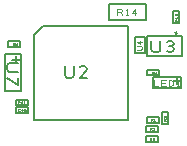
<source format=gbr>
%FSLAX35Y35*%
%MOIN*%
G04 EasyPC Gerber Version 18.0.9 Build 3640 *
%ADD17C,0.00100*%
%ADD123C,0.00236*%
%ADD96C,0.00300*%
%ADD10C,0.00500*%
X0Y0D02*
D02*
D10*
X6111Y30996D02*
X3298D01*
X2673Y30683*
X2361Y30059*
Y28809*
X2673Y28183*
X3298Y27871*
X6111*
X2361Y25996D02*
X6111Y23496D01*
Y25996*
X2907Y36205D02*
Y38105D01*
X6907*
Y36205*
X2907*
X5423Y30746D02*
Y33246D01*
X6673Y31996D02*
X4173D01*
X7173Y21496D02*
X1873D01*
Y33796*
X7173*
Y21496*
X9437Y18650D02*
Y16750D01*
X5437*
Y18650*
X9437*
X9537Y16150D02*
Y14250D01*
X5537*
Y16150*
X9537*
X11313Y39931D02*
Y40226D01*
X14364Y43278*
Y43376*
X42809*
Y11880*
X11313*
Y39734*
X21667Y29756D02*
Y26944D01*
X21980Y26319*
X22605Y26006*
X23855*
X24480Y26319*
X24793Y26944*
Y29756*
X29167Y26006D02*
X26667D01*
X28855Y28194*
X29167Y28819*
X28855Y29444*
X28230Y29756*
X27293*
X26667Y29444*
X48518Y34331D02*
Y39449D01*
X44974*
Y34331*
X48518*
X48664Y50526D02*
Y45226D01*
X36364*
Y50526*
X48664*
X49079Y39961D02*
X60772D01*
Y33346*
X49079*
Y39961*
X49266Y26750D02*
Y28650D01*
X53266*
Y26750*
X49266*
X52886Y6550D02*
Y4650D01*
X48886*
Y6550*
X52886*
X52937Y9850D02*
Y7950D01*
X48937*
Y9850*
X52937*
X53267Y12950D02*
Y11050D01*
X49267*
Y12950*
X53267*
X54137Y14550D02*
X56037D01*
Y10550*
X54137*
Y14550*
X50496Y38309D02*
Y35497D01*
X50809Y34872*
X51433Y34559*
X52683*
X53309Y34872*
X53621Y35497*
Y38309*
X55809Y34872D02*
X56433Y34559D01*
X57059*
X57683Y34872*
X57996Y35497*
X57683Y36122*
X57059Y36435*
X56433*
X57059D02*
X57683Y36747D01*
X57996Y37372*
X57683Y37997*
X57059Y38309*
X56433*
X55809Y37997*
X57902Y48209D02*
X59802D01*
Y44209*
X57902*
Y48209*
X58409Y41102D02*
G75*
G03X59039Y40630I315J-236D01*
G01*
G75*
G03X58409Y41102I-315J236*
G01*
X59110Y26285D02*
Y23785D01*
X60360Y25035D02*
X57860D01*
X60610Y26285D02*
Y22485D01*
X51010*
Y26285*
X60610*
D02*
D17*
X5807Y37517D02*
Y36767D01*
X5370*
X5245Y36830*
X5182Y36955*
X5245Y37080*
X5370Y37142*
X5807*
X5370D02*
X5182Y37517D01*
X4620Y37142D02*
X4495D01*
X4370Y37080*
X4307Y36955*
X4370Y36830*
X4495Y36767*
X4620*
X4745Y36830*
X4807Y36955*
X4745Y37080*
X4620Y37142*
X4745Y37205*
X4807Y37330*
X4745Y37455*
X4620Y37517*
X4495*
X4370Y37455*
X4307Y37330*
X4370Y37205*
X4495Y37142*
X6662Y17463D02*
X6599Y17400D01*
X6474Y17337*
X6287*
X6162Y17400*
X6099Y17463*
X6037Y17587*
Y17837*
X6099Y17963*
X6162Y18025*
X6287Y18087*
X6474*
X6599Y18025*
X6662Y17963*
X7349Y17337D02*
Y18087D01*
X7037Y17587*
X7537*
X8162Y17337D02*
X8412D01*
X8287D02*
Y18087D01*
X8162Y17963*
X6762Y14963D02*
X6699Y14900D01*
X6574Y14837*
X6387*
X6262Y14900*
X6199Y14963*
X6137Y15087*
Y15337*
X6199Y15463*
X6262Y15525*
X6387Y15587*
X6574*
X6699Y15525*
X6762Y15463*
X7449Y14837D02*
Y15587D01*
X7137Y15087*
X7637*
X8199Y14900D02*
X8324Y14837D01*
X8449*
X8574Y14900*
X8637Y15025*
Y15400*
X8574Y15525*
X8449Y15587*
X8324*
X8199Y15525*
X8137Y15400*
Y15025*
X8199Y14900*
X8574Y15525*
X49986Y5237D02*
Y5987D01*
X50424*
X50549Y5925*
X50611Y5800*
X50549Y5675*
X50424Y5613*
X49986*
X50424D02*
X50611Y5237D01*
X50986Y5300D02*
X51111Y5237D01*
X51299*
X51424Y5300*
X51486Y5425*
Y5487*
X51424Y5613*
X51299Y5675*
X50986*
Y5987*
X51486*
X50037Y8537D02*
Y9287D01*
X50474*
X50599Y9225*
X50662Y9100*
X50599Y8975*
X50474Y8913*
X50037*
X50474D02*
X50662Y8537D01*
X51537D02*
X51037D01*
X51474Y8975*
X51537Y9100*
X51474Y9225*
X51349Y9287*
X51162*
X51037Y9225*
X52166Y28063D02*
Y27313D01*
X51728*
X51603Y27375*
X51541Y27500*
X51603Y27625*
X51728Y27687*
X52166*
X51728D02*
X51541Y28063D01*
X51166Y27875D02*
X51103Y27750D01*
X50978Y27687*
X50853*
X50728Y27750*
X50666Y27875*
X50728Y28000*
X50853Y28063*
X50978*
X51103Y28000*
X51166Y27875*
Y27687*
X51103Y27500*
X50978Y27375*
X50853Y27313*
X50367Y11637D02*
Y12387D01*
X50804*
X50929Y12325*
X50992Y12200*
X50929Y12075*
X50804Y12013*
X50367*
X50804D02*
X50992Y11637D01*
X51492D02*
X51742D01*
X51617D02*
Y12387D01*
X51492Y12263*
X55449Y11650D02*
X54699D01*
Y12087*
X54761Y12213*
X54887Y12275*
X55011Y12213*
X55074Y12087*
Y11650*
Y12087D02*
X55449Y12275D01*
X55387Y12713D02*
X55449Y12837D01*
Y12963*
X55387Y13087*
X55261Y13150*
X55137Y13087*
X55074Y12963*
Y12837*
Y12963D02*
X55011Y13087D01*
X54887Y13150*
X54761Y13087*
X54699Y12963*
Y12837*
X54761Y12713*
X59214Y44809D02*
X58464D01*
Y45246*
X58526Y45371*
X58652Y45434*
X58776Y45371*
X58839Y45246*
Y44809*
Y45246D02*
X59214Y45434D01*
Y45934D02*
Y46184D01*
Y46059D02*
X58464D01*
X58589Y45934*
X59152Y46871D02*
X59214Y46996D01*
Y47121*
X59152Y47246*
X59026Y47309*
X58652*
X58526Y47246*
X58464Y47121*
Y46996*
X58526Y46871*
X58652Y46809*
X59026*
X59152Y46871*
X58526Y47246*
D02*
D96*
X39264Y46994D02*
Y48869D01*
X40357*
X40670Y48713*
X40826Y48401*
X40670Y48088*
X40357Y47932*
X39264*
X40357D02*
X40826Y46994D01*
X42076D02*
X42701D01*
X42389D02*
Y48869D01*
X42076Y48557*
X45045Y46994D02*
Y48869D01*
X44264Y47619*
X45514*
X51360Y25129D02*
Y23254D01*
X52923*
X53860D02*
Y25129D01*
X55423*
X55110Y24192D02*
X53860D01*
Y23254D02*
X55423D01*
X56360D02*
Y25129D01*
X57298*
X57610Y24973*
X57767Y24817*
X57923Y24504*
Y23879*
X57767Y23567*
X57610Y23411*
X57298Y23254*
X56360*
X59173D02*
X59798D01*
X59485D02*
Y25129D01*
X59173Y24817*
D02*
D123*
X45885Y35315D02*
X46992D01*
X47238Y35438*
X47361Y35684*
Y36176*
X47238Y36422*
X46992Y36545*
X45885*
X47361Y37899D02*
X45885D01*
X46869Y37283*
Y38268*
X0Y0D02*
M02*

</source>
